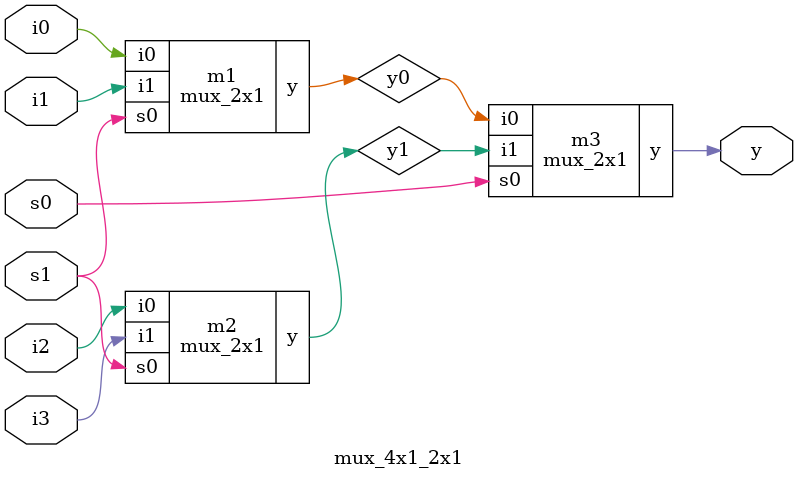
<source format=v>
`timescale 1ns / 1ps


module mux_2x1(i0,i1,s0,y);
input i0,i1,s0;
output y;
assign y = s0? i1: i0;
endmodule

module mux_4x1_2x1(i0,i1,i2,i3,s0,s1,y);
input i0,i1,i2,i3,s0,s1;
output y;
wire y0,y1;

mux_2x1 m1(i0,i1,s1,y0);
mux_2x1 m2(i2,i3,s1,y1);
mux_2x1 m3(y0,y1,s0,y);


endmodule
</source>
